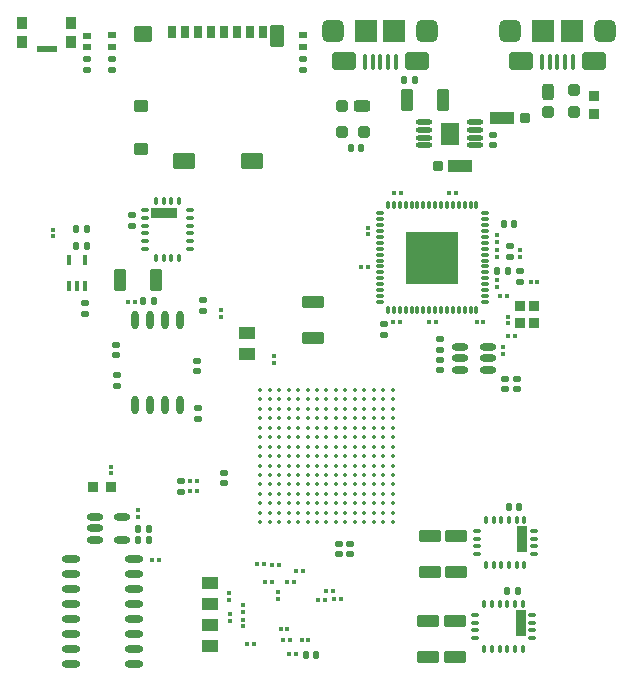
<source format=gtp>
G04 Layer_Color=8421504*
%FSLAX25Y25*%
%MOIN*%
G70*
G01*
G75*
G04:AMPARAMS|DCode=11|XSize=35.43mil|YSize=31.5mil|CornerRadius=3.15mil|HoleSize=0mil|Usage=FLASHONLY|Rotation=90.000|XOffset=0mil|YOffset=0mil|HoleType=Round|Shape=RoundedRectangle|*
%AMROUNDEDRECTD11*
21,1,0.03543,0.02520,0,0,90.0*
21,1,0.02913,0.03150,0,0,90.0*
1,1,0.00630,0.01260,0.01457*
1,1,0.00630,0.01260,-0.01457*
1,1,0.00630,-0.01260,-0.01457*
1,1,0.00630,-0.01260,0.01457*
%
%ADD11ROUNDEDRECTD11*%
%ADD12O,0.05512X0.02362*%
%ADD13O,0.03228X0.01063*%
%ADD14O,0.01063X0.03228*%
%ADD15R,0.17520X0.17520*%
%ADD16R,0.02913X0.02126*%
%ADD17O,0.02362X0.06299*%
G04:AMPARAMS|DCode=18|XSize=74.8mil|YSize=53.15mil|CornerRadius=5.32mil|HoleSize=0mil|Usage=FLASHONLY|Rotation=180.000|XOffset=0mil|YOffset=0mil|HoleType=Round|Shape=RoundedRectangle|*
%AMROUNDEDRECTD18*
21,1,0.07480,0.04252,0,0,180.0*
21,1,0.06417,0.05315,0,0,180.0*
1,1,0.01063,-0.03209,0.02126*
1,1,0.01063,0.03209,0.02126*
1,1,0.01063,0.03209,-0.02126*
1,1,0.01063,-0.03209,-0.02126*
%
%ADD18ROUNDEDRECTD18*%
G04:AMPARAMS|DCode=19|XSize=47.24mil|YSize=39.37mil|CornerRadius=3.94mil|HoleSize=0mil|Usage=FLASHONLY|Rotation=180.000|XOffset=0mil|YOffset=0mil|HoleType=Round|Shape=RoundedRectangle|*
%AMROUNDEDRECTD19*
21,1,0.04724,0.03150,0,0,180.0*
21,1,0.03937,0.03937,0,0,180.0*
1,1,0.00787,-0.01968,0.01575*
1,1,0.00787,0.01968,0.01575*
1,1,0.00787,0.01968,-0.01575*
1,1,0.00787,-0.01968,-0.01575*
%
%ADD19ROUNDEDRECTD19*%
G04:AMPARAMS|DCode=20|XSize=29.53mil|YSize=43.31mil|CornerRadius=2.95mil|HoleSize=0mil|Usage=FLASHONLY|Rotation=180.000|XOffset=0mil|YOffset=0mil|HoleType=Round|Shape=RoundedRectangle|*
%AMROUNDEDRECTD20*
21,1,0.02953,0.03740,0,0,180.0*
21,1,0.02362,0.04331,0,0,180.0*
1,1,0.00591,-0.01181,0.01870*
1,1,0.00591,0.01181,0.01870*
1,1,0.00591,0.01181,-0.01870*
1,1,0.00591,-0.01181,-0.01870*
%
%ADD20ROUNDEDRECTD20*%
G04:AMPARAMS|DCode=21|XSize=70.87mil|YSize=46.06mil|CornerRadius=4.61mil|HoleSize=0mil|Usage=FLASHONLY|Rotation=90.000|XOffset=0mil|YOffset=0mil|HoleType=Round|Shape=RoundedRectangle|*
%AMROUNDEDRECTD21*
21,1,0.07087,0.03685,0,0,90.0*
21,1,0.06165,0.04606,0,0,90.0*
1,1,0.00921,0.01843,0.03083*
1,1,0.00921,0.01843,-0.03083*
1,1,0.00921,-0.01843,-0.03083*
1,1,0.00921,-0.01843,0.03083*
%
%ADD21ROUNDEDRECTD21*%
G04:AMPARAMS|DCode=22|XSize=61.02mil|YSize=53.15mil|CornerRadius=5.32mil|HoleSize=0mil|Usage=FLASHONLY|Rotation=180.000|XOffset=0mil|YOffset=0mil|HoleType=Round|Shape=RoundedRectangle|*
%AMROUNDEDRECTD22*
21,1,0.06102,0.04252,0,0,180.0*
21,1,0.05039,0.05315,0,0,180.0*
1,1,0.01063,-0.02520,0.02126*
1,1,0.01063,0.02520,0.02126*
1,1,0.01063,0.02520,-0.02126*
1,1,0.01063,-0.02520,-0.02126*
%
%ADD22ROUNDEDRECTD22*%
%ADD23C,0.01378*%
G04:AMPARAMS|DCode=24|XSize=36.61mil|YSize=35.04mil|CornerRadius=3.5mil|HoleSize=0mil|Usage=FLASHONLY|Rotation=90.000|XOffset=0mil|YOffset=0mil|HoleType=Round|Shape=RoundedRectangle|*
%AMROUNDEDRECTD24*
21,1,0.03661,0.02803,0,0,90.0*
21,1,0.02961,0.03504,0,0,90.0*
1,1,0.00701,0.01402,0.01480*
1,1,0.00701,0.01402,-0.01480*
1,1,0.00701,-0.01402,-0.01480*
1,1,0.00701,-0.01402,0.01480*
%
%ADD24ROUNDEDRECTD24*%
G04:AMPARAMS|DCode=25|XSize=15.75mil|YSize=14.57mil|CornerRadius=1.46mil|HoleSize=0mil|Usage=FLASHONLY|Rotation=0.000|XOffset=0mil|YOffset=0mil|HoleType=Round|Shape=RoundedRectangle|*
%AMROUNDEDRECTD25*
21,1,0.01575,0.01165,0,0,0.0*
21,1,0.01284,0.01457,0,0,0.0*
1,1,0.00291,0.00642,-0.00583*
1,1,0.00291,-0.00642,-0.00583*
1,1,0.00291,-0.00642,0.00583*
1,1,0.00291,0.00642,0.00583*
%
%ADD25ROUNDEDRECTD25*%
%ADD26O,0.06102X0.02362*%
G04:AMPARAMS|DCode=27|XSize=71.65mil|YSize=42.13mil|CornerRadius=4.21mil|HoleSize=0mil|Usage=FLASHONLY|Rotation=270.000|XOffset=0mil|YOffset=0mil|HoleType=Round|Shape=RoundedRectangle|*
%AMROUNDEDRECTD27*
21,1,0.07165,0.03370,0,0,270.0*
21,1,0.06323,0.04213,0,0,270.0*
1,1,0.00843,-0.01685,-0.03161*
1,1,0.00843,-0.01685,0.03161*
1,1,0.00843,0.01685,0.03161*
1,1,0.00843,0.01685,-0.03161*
%
%ADD27ROUNDEDRECTD27*%
G04:AMPARAMS|DCode=28|XSize=23.62mil|YSize=19.68mil|CornerRadius=1.97mil|HoleSize=0mil|Usage=FLASHONLY|Rotation=90.000|XOffset=0mil|YOffset=0mil|HoleType=Round|Shape=RoundedRectangle|*
%AMROUNDEDRECTD28*
21,1,0.02362,0.01575,0,0,90.0*
21,1,0.01968,0.01968,0,0,90.0*
1,1,0.00394,0.00787,0.00984*
1,1,0.00394,0.00787,-0.00984*
1,1,0.00394,-0.00787,-0.00984*
1,1,0.00394,-0.00787,0.00984*
%
%ADD28ROUNDEDRECTD28*%
G04:AMPARAMS|DCode=29|XSize=16.14mil|YSize=14.57mil|CornerRadius=1.46mil|HoleSize=0mil|Usage=FLASHONLY|Rotation=180.000|XOffset=0mil|YOffset=0mil|HoleType=Round|Shape=RoundedRectangle|*
%AMROUNDEDRECTD29*
21,1,0.01614,0.01165,0,0,180.0*
21,1,0.01323,0.01457,0,0,180.0*
1,1,0.00291,-0.00661,0.00583*
1,1,0.00291,0.00661,0.00583*
1,1,0.00291,0.00661,-0.00583*
1,1,0.00291,-0.00661,-0.00583*
%
%ADD29ROUNDEDRECTD29*%
G04:AMPARAMS|DCode=30|XSize=11.81mil|YSize=23.62mil|CornerRadius=1.95mil|HoleSize=0mil|Usage=FLASHONLY|Rotation=180.000|XOffset=0mil|YOffset=0mil|HoleType=Round|Shape=RoundedRectangle|*
%AMROUNDEDRECTD30*
21,1,0.01181,0.01972,0,0,180.0*
21,1,0.00791,0.02362,0,0,180.0*
1,1,0.00390,-0.00396,0.00986*
1,1,0.00390,0.00396,0.00986*
1,1,0.00390,0.00396,-0.00986*
1,1,0.00390,-0.00396,-0.00986*
%
%ADD30ROUNDEDRECTD30*%
G04:AMPARAMS|DCode=31|XSize=11.81mil|YSize=23.62mil|CornerRadius=1.95mil|HoleSize=0mil|Usage=FLASHONLY|Rotation=90.000|XOffset=0mil|YOffset=0mil|HoleType=Round|Shape=RoundedRectangle|*
%AMROUNDEDRECTD31*
21,1,0.01181,0.01972,0,0,90.0*
21,1,0.00791,0.02362,0,0,90.0*
1,1,0.00390,0.00986,0.00396*
1,1,0.00390,0.00986,-0.00396*
1,1,0.00390,-0.00986,-0.00396*
1,1,0.00390,-0.00986,0.00396*
%
%ADD31ROUNDEDRECTD31*%
%ADD32R,0.08858X0.03543*%
%ADD33R,0.06102X0.07283*%
%ADD34O,0.05709X0.01772*%
G04:AMPARAMS|DCode=35|XSize=39.37mil|YSize=55.12mil|CornerRadius=9.84mil|HoleSize=0mil|Usage=FLASHONLY|Rotation=90.000|XOffset=0mil|YOffset=0mil|HoleType=Round|Shape=RoundedRectangle|*
%AMROUNDEDRECTD35*
21,1,0.03937,0.03543,0,0,90.0*
21,1,0.01968,0.05512,0,0,90.0*
1,1,0.01968,0.01772,0.00984*
1,1,0.01968,0.01772,-0.00984*
1,1,0.01968,-0.01772,-0.00984*
1,1,0.01968,-0.01772,0.00984*
%
%ADD35ROUNDEDRECTD35*%
G04:AMPARAMS|DCode=36|XSize=39.37mil|YSize=39.37mil|CornerRadius=9.84mil|HoleSize=0mil|Usage=FLASHONLY|Rotation=90.000|XOffset=0mil|YOffset=0mil|HoleType=Round|Shape=RoundedRectangle|*
%AMROUNDEDRECTD36*
21,1,0.03937,0.01968,0,0,90.0*
21,1,0.01968,0.03937,0,0,90.0*
1,1,0.01968,0.00984,0.00984*
1,1,0.01968,0.00984,-0.00984*
1,1,0.01968,-0.00984,-0.00984*
1,1,0.01968,-0.00984,0.00984*
%
%ADD36ROUNDEDRECTD36*%
%ADD37O,0.01575X0.03740*%
G04:AMPARAMS|DCode=38|XSize=35.43mil|YSize=39.37mil|CornerRadius=3.54mil|HoleSize=0mil|Usage=FLASHONLY|Rotation=180.000|XOffset=0mil|YOffset=0mil|HoleType=Round|Shape=RoundedRectangle|*
%AMROUNDEDRECTD38*
21,1,0.03543,0.03228,0,0,180.0*
21,1,0.02835,0.03937,0,0,180.0*
1,1,0.00709,-0.01417,0.01614*
1,1,0.00709,0.01417,0.01614*
1,1,0.00709,0.01417,-0.01614*
1,1,0.00709,-0.01417,-0.01614*
%
%ADD38ROUNDEDRECTD38*%
G04:AMPARAMS|DCode=39|XSize=66.93mil|YSize=21.65mil|CornerRadius=2.16mil|HoleSize=0mil|Usage=FLASHONLY|Rotation=180.000|XOffset=0mil|YOffset=0mil|HoleType=Round|Shape=RoundedRectangle|*
%AMROUNDEDRECTD39*
21,1,0.06693,0.01732,0,0,180.0*
21,1,0.06260,0.02165,0,0,180.0*
1,1,0.00433,-0.03130,0.00866*
1,1,0.00433,0.03130,0.00866*
1,1,0.00433,0.03130,-0.00866*
1,1,0.00433,-0.03130,-0.00866*
%
%ADD39ROUNDEDRECTD39*%
G04:AMPARAMS|DCode=40|XSize=82.68mil|YSize=62.99mil|CornerRadius=15.75mil|HoleSize=0mil|Usage=FLASHONLY|Rotation=180.000|XOffset=0mil|YOffset=0mil|HoleType=Round|Shape=RoundedRectangle|*
%AMROUNDEDRECTD40*
21,1,0.08268,0.03150,0,0,180.0*
21,1,0.05118,0.06299,0,0,180.0*
1,1,0.03150,-0.02559,0.01575*
1,1,0.03150,0.02559,0.01575*
1,1,0.03150,0.02559,-0.01575*
1,1,0.03150,-0.02559,-0.01575*
%
%ADD40ROUNDEDRECTD40*%
%ADD41O,0.01575X0.05315*%
G04:AMPARAMS|DCode=42|XSize=70.87mil|YSize=74.8mil|CornerRadius=17.72mil|HoleSize=0mil|Usage=FLASHONLY|Rotation=180.000|XOffset=0mil|YOffset=0mil|HoleType=Round|Shape=RoundedRectangle|*
%AMROUNDEDRECTD42*
21,1,0.07087,0.03937,0,0,180.0*
21,1,0.03543,0.07480,0,0,180.0*
1,1,0.03543,-0.01772,0.01968*
1,1,0.03543,0.01772,0.01968*
1,1,0.03543,0.01772,-0.01968*
1,1,0.03543,-0.01772,-0.01968*
%
%ADD42ROUNDEDRECTD42*%
%ADD43R,0.07480X0.07480*%
G04:AMPARAMS|DCode=44|XSize=54.33mil|YSize=41.34mil|CornerRadius=4.13mil|HoleSize=0mil|Usage=FLASHONLY|Rotation=180.000|XOffset=0mil|YOffset=0mil|HoleType=Round|Shape=RoundedRectangle|*
%AMROUNDEDRECTD44*
21,1,0.05433,0.03307,0,0,180.0*
21,1,0.04606,0.04134,0,0,180.0*
1,1,0.00827,-0.02303,0.01654*
1,1,0.00827,0.02303,0.01654*
1,1,0.00827,0.02303,-0.01654*
1,1,0.00827,-0.02303,-0.01654*
%
%ADD44ROUNDEDRECTD44*%
G04:AMPARAMS|DCode=45|XSize=78.74mil|YSize=43.31mil|CornerRadius=4.33mil|HoleSize=0mil|Usage=FLASHONLY|Rotation=180.000|XOffset=0mil|YOffset=0mil|HoleType=Round|Shape=RoundedRectangle|*
%AMROUNDEDRECTD45*
21,1,0.07874,0.03465,0,0,180.0*
21,1,0.07008,0.04331,0,0,180.0*
1,1,0.00866,-0.03504,0.01732*
1,1,0.00866,0.03504,0.01732*
1,1,0.00866,0.03504,-0.01732*
1,1,0.00866,-0.03504,-0.01732*
%
%ADD45ROUNDEDRECTD45*%
G04:AMPARAMS|DCode=46|XSize=31.5mil|YSize=31.5mil|CornerRadius=3.15mil|HoleSize=0mil|Usage=FLASHONLY|Rotation=180.000|XOffset=0mil|YOffset=0mil|HoleType=Round|Shape=RoundedRectangle|*
%AMROUNDEDRECTD46*
21,1,0.03150,0.02520,0,0,180.0*
21,1,0.02520,0.03150,0,0,180.0*
1,1,0.00630,-0.01260,0.01260*
1,1,0.00630,0.01260,0.01260*
1,1,0.00630,0.01260,-0.01260*
1,1,0.00630,-0.01260,-0.01260*
%
%ADD46ROUNDEDRECTD46*%
G04:AMPARAMS|DCode=47|XSize=23.62mil|YSize=19.68mil|CornerRadius=1.97mil|HoleSize=0mil|Usage=FLASHONLY|Rotation=180.000|XOffset=0mil|YOffset=0mil|HoleType=Round|Shape=RoundedRectangle|*
%AMROUNDEDRECTD47*
21,1,0.02362,0.01575,0,0,180.0*
21,1,0.01968,0.01968,0,0,180.0*
1,1,0.00394,-0.00984,0.00787*
1,1,0.00394,0.00984,0.00787*
1,1,0.00394,0.00984,-0.00787*
1,1,0.00394,-0.00984,-0.00787*
%
%ADD47ROUNDEDRECTD47*%
G04:AMPARAMS|DCode=48|XSize=15.75mil|YSize=14.57mil|CornerRadius=1.46mil|HoleSize=0mil|Usage=FLASHONLY|Rotation=90.000|XOffset=0mil|YOffset=0mil|HoleType=Round|Shape=RoundedRectangle|*
%AMROUNDEDRECTD48*
21,1,0.01575,0.01165,0,0,90.0*
21,1,0.01284,0.01457,0,0,90.0*
1,1,0.00291,0.00583,0.00642*
1,1,0.00291,0.00583,-0.00642*
1,1,0.00291,-0.00583,-0.00642*
1,1,0.00291,-0.00583,0.00642*
%
%ADD48ROUNDEDRECTD48*%
G04:AMPARAMS|DCode=50|XSize=71.65mil|YSize=42.13mil|CornerRadius=4.21mil|HoleSize=0mil|Usage=FLASHONLY|Rotation=180.000|XOffset=0mil|YOffset=0mil|HoleType=Round|Shape=RoundedRectangle|*
%AMROUNDEDRECTD50*
21,1,0.07165,0.03370,0,0,180.0*
21,1,0.06323,0.04213,0,0,180.0*
1,1,0.00843,-0.03161,0.01685*
1,1,0.00843,0.03161,0.01685*
1,1,0.00843,0.03161,-0.01685*
1,1,0.00843,-0.03161,-0.01685*
%
%ADD50ROUNDEDRECTD50*%
G04:AMPARAMS|DCode=51|XSize=39.37mil|YSize=39.37mil|CornerRadius=9.84mil|HoleSize=0mil|Usage=FLASHONLY|Rotation=180.000|XOffset=0mil|YOffset=0mil|HoleType=Round|Shape=RoundedRectangle|*
%AMROUNDEDRECTD51*
21,1,0.03937,0.01968,0,0,180.0*
21,1,0.01968,0.03937,0,0,180.0*
1,1,0.01968,-0.00984,0.00984*
1,1,0.01968,0.00984,0.00984*
1,1,0.01968,0.00984,-0.00984*
1,1,0.01968,-0.00984,-0.00984*
%
%ADD51ROUNDEDRECTD51*%
G04:AMPARAMS|DCode=52|XSize=39.37mil|YSize=55.12mil|CornerRadius=9.84mil|HoleSize=0mil|Usage=FLASHONLY|Rotation=180.000|XOffset=0mil|YOffset=0mil|HoleType=Round|Shape=RoundedRectangle|*
%AMROUNDEDRECTD52*
21,1,0.03937,0.03543,0,0,180.0*
21,1,0.01968,0.05512,0,0,180.0*
1,1,0.01968,-0.00984,0.01772*
1,1,0.01968,0.00984,0.01772*
1,1,0.01968,0.00984,-0.01772*
1,1,0.01968,-0.00984,-0.01772*
%
%ADD52ROUNDEDRECTD52*%
G04:AMPARAMS|DCode=53|XSize=36.61mil|YSize=35.04mil|CornerRadius=3.5mil|HoleSize=0mil|Usage=FLASHONLY|Rotation=180.000|XOffset=0mil|YOffset=0mil|HoleType=Round|Shape=RoundedRectangle|*
%AMROUNDEDRECTD53*
21,1,0.03661,0.02803,0,0,180.0*
21,1,0.02961,0.03504,0,0,180.0*
1,1,0.00701,-0.01480,0.01402*
1,1,0.00701,0.01480,0.01402*
1,1,0.00701,0.01480,-0.01402*
1,1,0.00701,-0.01480,-0.01402*
%
%ADD53ROUNDEDRECTD53*%
%ADD54R,0.03543X0.08858*%
D11*
X173504Y165591D02*
D03*
Y171496D02*
D03*
X178228D02*
D03*
Y165591D02*
D03*
D12*
X153661Y157677D02*
D03*
Y153937D02*
D03*
Y150197D02*
D03*
X162716D02*
D03*
Y157677D02*
D03*
Y153937D02*
D03*
X31721Y101008D02*
D03*
Y97268D02*
D03*
Y93528D02*
D03*
X40776D02*
D03*
Y101008D02*
D03*
D13*
X161772Y172756D02*
D03*
Y174724D02*
D03*
Y176693D02*
D03*
Y178661D02*
D03*
Y180630D02*
D03*
Y182598D02*
D03*
Y188504D02*
D03*
Y190472D02*
D03*
Y192441D02*
D03*
Y194409D02*
D03*
Y196378D02*
D03*
Y198346D02*
D03*
Y200315D02*
D03*
Y202283D02*
D03*
X126732D02*
D03*
Y200315D02*
D03*
Y198346D02*
D03*
Y196378D02*
D03*
Y194409D02*
D03*
Y192441D02*
D03*
Y190472D02*
D03*
Y188504D02*
D03*
Y186535D02*
D03*
Y184567D02*
D03*
Y182598D02*
D03*
Y180630D02*
D03*
Y178661D02*
D03*
Y176693D02*
D03*
Y174724D02*
D03*
Y172756D02*
D03*
X161772Y184567D02*
D03*
Y186535D02*
D03*
D14*
X159016Y205039D02*
D03*
X157047D02*
D03*
X155079D02*
D03*
X153110D02*
D03*
X151142D02*
D03*
X149173D02*
D03*
X147205D02*
D03*
X145236D02*
D03*
X143268D02*
D03*
X141299D02*
D03*
X139331D02*
D03*
X137362D02*
D03*
X135394D02*
D03*
X133425D02*
D03*
X131457D02*
D03*
X129488D02*
D03*
Y170000D02*
D03*
X131457D02*
D03*
X133425D02*
D03*
X135394D02*
D03*
X137362D02*
D03*
X139331D02*
D03*
X141299D02*
D03*
X143268D02*
D03*
X145236D02*
D03*
X147205D02*
D03*
X149173D02*
D03*
X151142D02*
D03*
X153110D02*
D03*
X155079D02*
D03*
X157047D02*
D03*
X159016D02*
D03*
D15*
X144252Y187520D02*
D03*
D16*
X29331Y261535D02*
D03*
Y257598D02*
D03*
X101221Y257638D02*
D03*
Y261575D02*
D03*
X37402Y257638D02*
D03*
Y261575D02*
D03*
D17*
X45114Y138472D02*
D03*
X50114D02*
D03*
X55114D02*
D03*
X60114D02*
D03*
X45114Y166819D02*
D03*
X50114D02*
D03*
X55114D02*
D03*
X60114D02*
D03*
D18*
X61386Y219783D02*
D03*
X84102D02*
D03*
D19*
X47213Y223622D02*
D03*
Y238189D02*
D03*
D20*
X87705Y262697D02*
D03*
X83374D02*
D03*
X79043D02*
D03*
X74713D02*
D03*
X70382D02*
D03*
X66051D02*
D03*
X61721D02*
D03*
X57390D02*
D03*
D21*
X92469Y261319D02*
D03*
D22*
X47902Y262205D02*
D03*
D23*
X131063Y143425D02*
D03*
Y140276D02*
D03*
Y137126D02*
D03*
Y133976D02*
D03*
Y130827D02*
D03*
Y127677D02*
D03*
Y124528D02*
D03*
Y121378D02*
D03*
Y118228D02*
D03*
Y115079D02*
D03*
Y111929D02*
D03*
Y108780D02*
D03*
Y105630D02*
D03*
Y102480D02*
D03*
Y99331D02*
D03*
X127913Y143425D02*
D03*
Y140276D02*
D03*
Y137126D02*
D03*
Y133976D02*
D03*
Y130827D02*
D03*
Y127677D02*
D03*
Y124528D02*
D03*
Y121378D02*
D03*
Y118228D02*
D03*
Y115079D02*
D03*
Y111929D02*
D03*
Y108780D02*
D03*
Y105630D02*
D03*
Y102480D02*
D03*
Y99331D02*
D03*
X124764Y143425D02*
D03*
Y140276D02*
D03*
Y137126D02*
D03*
Y133976D02*
D03*
Y130827D02*
D03*
Y127677D02*
D03*
Y124528D02*
D03*
Y121378D02*
D03*
Y118228D02*
D03*
Y115079D02*
D03*
Y111929D02*
D03*
Y108780D02*
D03*
Y105630D02*
D03*
Y102480D02*
D03*
Y99331D02*
D03*
X121614Y143425D02*
D03*
Y140276D02*
D03*
Y137126D02*
D03*
Y133976D02*
D03*
Y130827D02*
D03*
Y127677D02*
D03*
Y124528D02*
D03*
Y121378D02*
D03*
Y118228D02*
D03*
Y115079D02*
D03*
Y111929D02*
D03*
Y108780D02*
D03*
Y105630D02*
D03*
Y102480D02*
D03*
Y99331D02*
D03*
X118465Y143425D02*
D03*
Y140276D02*
D03*
Y137126D02*
D03*
Y133976D02*
D03*
Y130827D02*
D03*
Y127677D02*
D03*
Y124528D02*
D03*
Y121378D02*
D03*
Y118228D02*
D03*
Y115079D02*
D03*
Y111929D02*
D03*
Y108780D02*
D03*
Y105630D02*
D03*
Y102480D02*
D03*
Y99331D02*
D03*
X115315Y143425D02*
D03*
Y140276D02*
D03*
Y137126D02*
D03*
Y133976D02*
D03*
Y130827D02*
D03*
Y127677D02*
D03*
Y124528D02*
D03*
Y121378D02*
D03*
Y118228D02*
D03*
Y115079D02*
D03*
Y111929D02*
D03*
Y108780D02*
D03*
Y105630D02*
D03*
Y102480D02*
D03*
Y99331D02*
D03*
X112165Y143425D02*
D03*
Y140276D02*
D03*
Y137126D02*
D03*
Y133976D02*
D03*
Y130827D02*
D03*
Y127677D02*
D03*
Y124528D02*
D03*
Y121378D02*
D03*
Y118228D02*
D03*
Y115079D02*
D03*
Y111929D02*
D03*
Y108780D02*
D03*
Y105630D02*
D03*
Y102480D02*
D03*
Y99331D02*
D03*
X109016Y143425D02*
D03*
Y140276D02*
D03*
Y137126D02*
D03*
Y133976D02*
D03*
Y130827D02*
D03*
Y127677D02*
D03*
Y124528D02*
D03*
Y121378D02*
D03*
Y118228D02*
D03*
Y115079D02*
D03*
Y111929D02*
D03*
Y108780D02*
D03*
Y105630D02*
D03*
Y102480D02*
D03*
Y99331D02*
D03*
X105866Y143425D02*
D03*
Y140276D02*
D03*
Y137126D02*
D03*
Y133976D02*
D03*
Y130827D02*
D03*
Y127677D02*
D03*
Y124528D02*
D03*
Y121378D02*
D03*
Y118228D02*
D03*
Y115079D02*
D03*
Y111929D02*
D03*
Y108780D02*
D03*
Y105630D02*
D03*
Y102480D02*
D03*
Y99331D02*
D03*
X102717Y143425D02*
D03*
Y140276D02*
D03*
Y137126D02*
D03*
Y133976D02*
D03*
Y130827D02*
D03*
Y127677D02*
D03*
Y124528D02*
D03*
Y121378D02*
D03*
Y118228D02*
D03*
Y115079D02*
D03*
Y111929D02*
D03*
Y108780D02*
D03*
Y105630D02*
D03*
Y102480D02*
D03*
Y99331D02*
D03*
X99567Y143425D02*
D03*
Y140276D02*
D03*
Y137126D02*
D03*
Y133976D02*
D03*
Y130827D02*
D03*
Y127677D02*
D03*
Y124528D02*
D03*
Y121378D02*
D03*
Y118228D02*
D03*
Y115079D02*
D03*
Y111929D02*
D03*
Y108780D02*
D03*
Y105630D02*
D03*
Y102480D02*
D03*
Y99331D02*
D03*
X96417Y143425D02*
D03*
Y140276D02*
D03*
Y137126D02*
D03*
Y133976D02*
D03*
Y130827D02*
D03*
Y127677D02*
D03*
Y124528D02*
D03*
Y121378D02*
D03*
Y118228D02*
D03*
Y115079D02*
D03*
Y111929D02*
D03*
Y108780D02*
D03*
Y105630D02*
D03*
Y102480D02*
D03*
Y99331D02*
D03*
X93268Y143425D02*
D03*
Y140276D02*
D03*
Y137126D02*
D03*
Y133976D02*
D03*
Y130827D02*
D03*
Y127677D02*
D03*
Y124528D02*
D03*
Y121378D02*
D03*
Y118228D02*
D03*
Y115079D02*
D03*
Y111929D02*
D03*
Y108780D02*
D03*
Y105630D02*
D03*
Y102480D02*
D03*
Y99331D02*
D03*
X90118Y143425D02*
D03*
Y140276D02*
D03*
Y137126D02*
D03*
Y133976D02*
D03*
Y130827D02*
D03*
Y127677D02*
D03*
Y124528D02*
D03*
Y121378D02*
D03*
Y118228D02*
D03*
Y115079D02*
D03*
Y111929D02*
D03*
Y108780D02*
D03*
Y105630D02*
D03*
Y102480D02*
D03*
Y99331D02*
D03*
X86968Y143425D02*
D03*
Y140276D02*
D03*
Y137126D02*
D03*
Y133976D02*
D03*
Y130827D02*
D03*
Y127677D02*
D03*
Y124528D02*
D03*
Y121378D02*
D03*
Y118228D02*
D03*
Y115079D02*
D03*
Y111929D02*
D03*
Y108780D02*
D03*
Y105630D02*
D03*
Y102480D02*
D03*
Y99331D02*
D03*
D24*
X37126Y111024D02*
D03*
X31063D02*
D03*
D25*
X37087Y117815D02*
D03*
Y115571D02*
D03*
X91575Y154783D02*
D03*
Y152539D02*
D03*
X73819Y167854D02*
D03*
Y170098D02*
D03*
X81028Y66874D02*
D03*
Y64630D02*
D03*
X76492Y75630D02*
D03*
Y73386D02*
D03*
X81217Y71768D02*
D03*
Y69524D02*
D03*
X76846Y66492D02*
D03*
Y68736D02*
D03*
X173504Y187854D02*
D03*
Y190098D02*
D03*
X169488Y167854D02*
D03*
Y165610D02*
D03*
X122795Y195256D02*
D03*
Y197500D02*
D03*
X165709Y194902D02*
D03*
Y192657D02*
D03*
Y187776D02*
D03*
Y190020D02*
D03*
Y177657D02*
D03*
Y179902D02*
D03*
X46102Y103327D02*
D03*
Y101083D02*
D03*
X92874Y73799D02*
D03*
Y76043D02*
D03*
X167953Y155413D02*
D03*
Y157658D02*
D03*
D26*
X44965Y51925D02*
D03*
Y56925D02*
D03*
Y61925D02*
D03*
Y66925D02*
D03*
Y71925D02*
D03*
Y76925D02*
D03*
Y81925D02*
D03*
Y86925D02*
D03*
X23705Y51925D02*
D03*
Y56925D02*
D03*
Y61925D02*
D03*
Y66925D02*
D03*
Y71925D02*
D03*
Y76925D02*
D03*
Y81925D02*
D03*
Y86925D02*
D03*
D27*
X147894Y240197D02*
D03*
X135886D02*
D03*
X40295Y180157D02*
D03*
X52303D02*
D03*
D28*
X138465Y246772D02*
D03*
X134921D02*
D03*
X25669Y191417D02*
D03*
X29213D02*
D03*
X117047Y224016D02*
D03*
X120591D02*
D03*
X171693Y198819D02*
D03*
X168149D02*
D03*
X51535Y172992D02*
D03*
X47992D02*
D03*
X165945Y182992D02*
D03*
X169488D02*
D03*
X102118Y55138D02*
D03*
X105661D02*
D03*
X49839Y93520D02*
D03*
X46295D02*
D03*
X49803Y97165D02*
D03*
X46260D02*
D03*
X169331Y76417D02*
D03*
X172874D02*
D03*
X169803Y104488D02*
D03*
X173346D02*
D03*
X25669Y196929D02*
D03*
X29213D02*
D03*
D29*
X17835Y196890D02*
D03*
Y194606D02*
D03*
D30*
X52185Y206299D02*
D03*
X59862D02*
D03*
X57303D02*
D03*
X54744D02*
D03*
Y187402D02*
D03*
X57303D02*
D03*
X59862D02*
D03*
X52185D02*
D03*
X174980Y85079D02*
D03*
X172421D02*
D03*
X169862D02*
D03*
X167303D02*
D03*
X164744D02*
D03*
X162185D02*
D03*
X162185Y100039D02*
D03*
X164744D02*
D03*
X167303D02*
D03*
X169862D02*
D03*
X172421D02*
D03*
X174980D02*
D03*
X174469Y57047D02*
D03*
X171909D02*
D03*
X169350D02*
D03*
X166791D02*
D03*
X164232D02*
D03*
X161673D02*
D03*
X161673Y72008D02*
D03*
X164232D02*
D03*
X166791D02*
D03*
X169350D02*
D03*
X171909D02*
D03*
X174469D02*
D03*
D31*
X63504Y203248D02*
D03*
Y200689D02*
D03*
Y198130D02*
D03*
Y195571D02*
D03*
Y193012D02*
D03*
Y190453D02*
D03*
X48543Y190453D02*
D03*
Y193012D02*
D03*
Y195571D02*
D03*
Y198130D02*
D03*
Y200689D02*
D03*
Y203248D02*
D03*
X178032Y96398D02*
D03*
Y88721D02*
D03*
Y91280D02*
D03*
Y93839D02*
D03*
X159134D02*
D03*
Y91280D02*
D03*
Y88721D02*
D03*
Y96398D02*
D03*
X177520Y68366D02*
D03*
Y60689D02*
D03*
Y63248D02*
D03*
Y65807D02*
D03*
X158622D02*
D03*
Y63248D02*
D03*
Y60689D02*
D03*
Y68366D02*
D03*
D32*
X54941Y202559D02*
D03*
D33*
X150039Y228740D02*
D03*
D34*
X141575Y232579D02*
D03*
Y230020D02*
D03*
Y227461D02*
D03*
Y224902D02*
D03*
X158504Y232579D02*
D03*
Y230020D02*
D03*
Y227461D02*
D03*
Y224902D02*
D03*
D35*
X120787Y237933D02*
D03*
D36*
X114094D02*
D03*
Y229272D02*
D03*
X121575D02*
D03*
D37*
X23346Y178032D02*
D03*
X25905D02*
D03*
X28465D02*
D03*
Y186693D02*
D03*
X23346D02*
D03*
D38*
X23779Y265709D02*
D03*
Y259409D02*
D03*
X7638D02*
D03*
Y265709D02*
D03*
D39*
X15709Y256949D02*
D03*
D40*
X173779Y253071D02*
D03*
X198189D02*
D03*
X139134D02*
D03*
X114724D02*
D03*
D41*
X180866Y252579D02*
D03*
X183425D02*
D03*
X191102D02*
D03*
X188543D02*
D03*
X185984D02*
D03*
X129488D02*
D03*
X132047D02*
D03*
X124370D02*
D03*
X121811D02*
D03*
X126929D02*
D03*
D42*
X201732Y263110D02*
D03*
X170236D02*
D03*
X111181D02*
D03*
X142677D02*
D03*
D43*
X190709D02*
D03*
X181260D02*
D03*
X122205D02*
D03*
X131653D02*
D03*
D44*
X70197Y72047D02*
D03*
Y79055D02*
D03*
X82598Y162402D02*
D03*
Y155394D02*
D03*
X70197Y65118D02*
D03*
Y58110D02*
D03*
D45*
X153661Y218110D02*
D03*
X167559Y234213D02*
D03*
D46*
X146181Y218110D02*
D03*
X175039Y234213D02*
D03*
D47*
X172480Y143662D02*
D03*
Y147205D02*
D03*
X74882Y112284D02*
D03*
Y115827D02*
D03*
X67756Y173425D02*
D03*
Y169882D02*
D03*
X38937Y154921D02*
D03*
Y158465D02*
D03*
X66339Y133819D02*
D03*
Y137362D02*
D03*
X66023Y153189D02*
D03*
Y149645D02*
D03*
X39106Y148307D02*
D03*
Y144764D02*
D03*
X147008Y153465D02*
D03*
Y149921D02*
D03*
X29331Y250197D02*
D03*
Y253740D02*
D03*
X147008Y156732D02*
D03*
Y160276D02*
D03*
X128032Y161772D02*
D03*
Y165315D02*
D03*
X170158Y187874D02*
D03*
Y191417D02*
D03*
X173661Y179449D02*
D03*
Y182992D02*
D03*
X60469Y109547D02*
D03*
Y113091D02*
D03*
X44331Y198150D02*
D03*
Y201693D02*
D03*
X164488Y224961D02*
D03*
Y228504D02*
D03*
X28464Y172441D02*
D03*
Y168897D02*
D03*
X113130Y88610D02*
D03*
Y92154D02*
D03*
X116713Y88626D02*
D03*
Y92169D02*
D03*
X37362Y253701D02*
D03*
Y250157D02*
D03*
X101220Y253701D02*
D03*
Y250157D02*
D03*
X168543Y143662D02*
D03*
Y147205D02*
D03*
D48*
X145531Y166063D02*
D03*
X143287D02*
D03*
X106354Y73437D02*
D03*
X108598D02*
D03*
X94669Y59933D02*
D03*
X96913D02*
D03*
X85843Y85527D02*
D03*
X88087D02*
D03*
X95929Y79516D02*
D03*
X98173D02*
D03*
X98866Y83213D02*
D03*
X101110D02*
D03*
X65847Y109724D02*
D03*
X63602D02*
D03*
X65847Y112953D02*
D03*
X63602D02*
D03*
X45059Y172598D02*
D03*
X42815D02*
D03*
X133799Y209016D02*
D03*
X131555D02*
D03*
X152264Y208976D02*
D03*
X150020D02*
D03*
X177106Y179449D02*
D03*
X179350D02*
D03*
X159035Y166063D02*
D03*
X161279D02*
D03*
X131319D02*
D03*
X133563D02*
D03*
X122854Y184370D02*
D03*
X120610D02*
D03*
X93760Y63622D02*
D03*
X96004D02*
D03*
X169075Y174724D02*
D03*
X166831D02*
D03*
X169468Y161378D02*
D03*
X171713D02*
D03*
X113862Y73630D02*
D03*
X111618D02*
D03*
X111165Y76409D02*
D03*
X108921D02*
D03*
X90870Y79472D02*
D03*
X88626D02*
D03*
X84854Y58689D02*
D03*
X82610D02*
D03*
X102953Y59945D02*
D03*
X100709D02*
D03*
X93090Y84980D02*
D03*
X90847D02*
D03*
X98768Y55291D02*
D03*
X96524D02*
D03*
X50965Y86890D02*
D03*
X53209D02*
D03*
D50*
X104567Y172854D02*
D03*
Y160846D02*
D03*
X151890Y54469D02*
D03*
Y66476D02*
D03*
X152284Y82657D02*
D03*
Y94665D02*
D03*
X142992Y54469D02*
D03*
Y66476D02*
D03*
X143465Y82657D02*
D03*
Y94665D02*
D03*
D51*
X191476Y243386D02*
D03*
Y235906D02*
D03*
X182815D02*
D03*
D52*
Y242598D02*
D03*
D53*
X198228Y235315D02*
D03*
Y241378D02*
D03*
D54*
X174291Y93642D02*
D03*
X173779Y65610D02*
D03*
M02*

</source>
